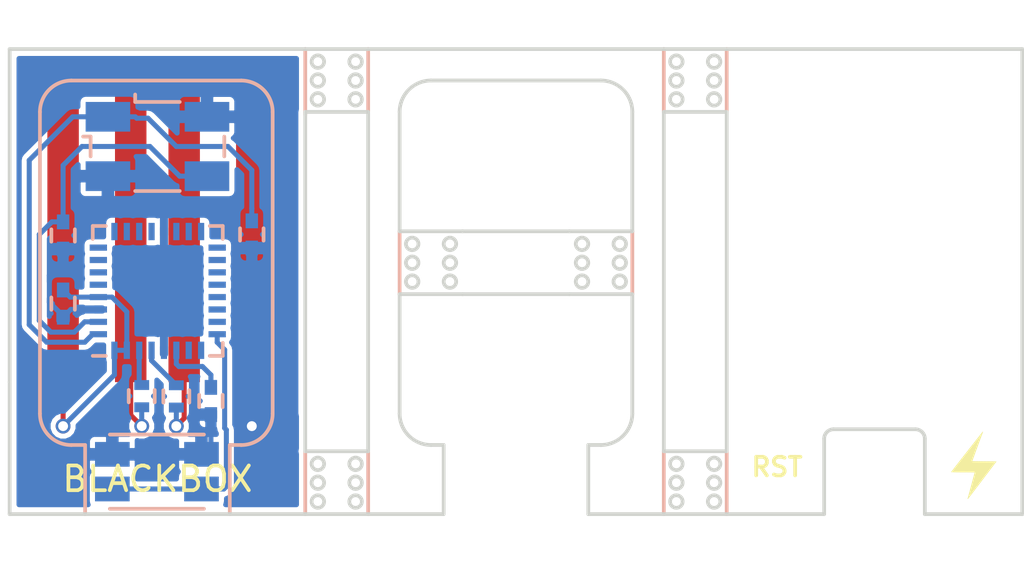
<source format=kicad_pcb>
(kicad_pcb (version 4) (host pcbnew 4.0.5+dfsg1-4)

  (general
    (links 26)
    (no_connects 0)
    (area 160.2628 83.4848 203.699628 107.0562)
    (thickness 1.6)
    (drawings 99)
    (tracks 75)
    (zones 0)
    (modules 11)
    (nets 31)
  )

  (page A4)
  (layers
    (0 F.Cu signal)
    (31 B.Cu signal)
    (32 B.Adhes user)
    (33 F.Adhes user)
    (34 B.Paste user)
    (35 F.Paste user)
    (36 B.SilkS user)
    (37 F.SilkS user)
    (38 B.Mask user)
    (39 F.Mask user)
    (40 Dwgs.User user)
    (41 Cmts.User user)
    (42 Eco1.User user)
    (43 Eco2.User user)
    (44 Edge.Cuts user)
    (45 Margin user)
    (46 B.CrtYd user)
    (47 F.CrtYd user)
    (48 B.Fab user)
    (49 F.Fab user)
  )

  (setup
    (last_trace_width 0.2032)
    (trace_clearance 0.2032)
    (zone_clearance 0.2032)
    (zone_45_only no)
    (trace_min 0.2)
    (segment_width 0.15)
    (edge_width 0.15)
    (via_size 0.6)
    (via_drill 0.4)
    (via_min_size 0.4)
    (via_min_drill 0.3)
    (uvia_size 0.3)
    (uvia_drill 0.1)
    (uvias_allowed no)
    (uvia_min_size 0)
    (uvia_min_drill 0)
    (pcb_text_width 0.3)
    (pcb_text_size 1.5 1.5)
    (mod_edge_width 0.15)
    (mod_text_size 1 1)
    (mod_text_width 0.15)
    (pad_size 1.524 1.524)
    (pad_drill 0.762)
    (pad_to_mask_clearance 0.1)
    (aux_axis_origin 0 0)
    (visible_elements FFFEFF7F)
    (pcbplotparams
      (layerselection 0x010fc_80000001)
      (usegerberextensions true)
      (excludeedgelayer true)
      (linewidth 0.100000)
      (plotframeref false)
      (viasonmask false)
      (mode 1)
      (useauxorigin false)
      (hpglpennumber 1)
      (hpglpenspeed 20)
      (hpglpendiameter 15)
      (hpglpenoverlay 2)
      (psnegative false)
      (psa4output false)
      (plotreference true)
      (plotvalue true)
      (plotinvisibletext false)
      (padsonsilk false)
      (subtractmaskfromsilk false)
      (outputformat 1)
      (mirror false)
      (drillshape 0)
      (scaleselection 1)
      (outputdirectory GERBERS))
  )

  (net 0 "")
  (net 1 "Net-(P1-Pad3)")
  (net 2 "Net-(P1-Pad2)")
  (net 3 "Net-(C1-Pad1)")
  (net 4 GND)
  (net 5 "Net-(C2-Pad1)")
  (net 6 "Net-(C3-Pad2)")
  (net 7 +5V)
  (net 8 "Net-(R1-Pad1)")
  (net 9 "Net-(R2-Pad1)")
  (net 10 "Net-(SW1-Pad1)")
  (net 11 "Net-(U1-Pad5)")
  (net 12 "Net-(U1-Pad6)")
  (net 13 "Net-(U1-Pad7)")
  (net 14 "Net-(U1-Pad8)")
  (net 15 "Net-(U1-Pad9)")
  (net 16 "Net-(U1-Pad10)")
  (net 17 "Net-(U1-Pad11)")
  (net 18 "Net-(U1-Pad12)")
  (net 19 "Net-(U1-Pad14)")
  (net 20 "Net-(U1-Pad15)")
  (net 21 "Net-(U1-Pad16)")
  (net 22 "Net-(U1-Pad17)")
  (net 23 "Net-(U1-Pad18)")
  (net 24 "Net-(U1-Pad19)")
  (net 25 "Net-(U1-Pad20)")
  (net 26 "Net-(U1-Pad21)")
  (net 27 "Net-(U1-Pad22)")
  (net 28 "Net-(U1-Pad23)")
  (net 29 "Net-(U1-Pad25)")
  (net 30 "Net-(U1-Pad26)")

  (net_class Default "This is the default net class."
    (clearance 0.2032)
    (trace_width 0.2032)
    (via_dia 0.6)
    (via_drill 0.4)
    (uvia_dia 0.3)
    (uvia_drill 0.1)
    (add_net +5V)
    (add_net GND)
    (add_net "Net-(C1-Pad1)")
    (add_net "Net-(C2-Pad1)")
    (add_net "Net-(C3-Pad2)")
    (add_net "Net-(P1-Pad2)")
    (add_net "Net-(P1-Pad3)")
    (add_net "Net-(R1-Pad1)")
    (add_net "Net-(R2-Pad1)")
    (add_net "Net-(SW1-Pad1)")
    (add_net "Net-(U1-Pad10)")
    (add_net "Net-(U1-Pad11)")
    (add_net "Net-(U1-Pad12)")
    (add_net "Net-(U1-Pad14)")
    (add_net "Net-(U1-Pad15)")
    (add_net "Net-(U1-Pad16)")
    (add_net "Net-(U1-Pad17)")
    (add_net "Net-(U1-Pad18)")
    (add_net "Net-(U1-Pad19)")
    (add_net "Net-(U1-Pad20)")
    (add_net "Net-(U1-Pad21)")
    (add_net "Net-(U1-Pad22)")
    (add_net "Net-(U1-Pad23)")
    (add_net "Net-(U1-Pad25)")
    (add_net "Net-(U1-Pad26)")
    (add_net "Net-(U1-Pad5)")
    (add_net "Net-(U1-Pad6)")
    (add_net "Net-(U1-Pad7)")
    (add_net "Net-(U1-Pad8)")
    (add_net "Net-(U1-Pad9)")
  )

  (module "MOD:USB A PCB_modified" (layer F.Cu) (tedit 59978D0C) (tstamp 59977A09)
    (at 166.878 84.963)
    (path /5990A97F)
    (fp_text reference P1 (at 0 0.5) (layer F.SilkS) hide
      (effects (font (size 1 1) (thickness 0.15)))
    )
    (fp_text value USB_A (at 0 -0.5) (layer F.Fab)
      (effects (font (size 1 1) (thickness 0.15)))
    )
    (fp_line (start -6.096 0.635) (end -6.096 14.097) (layer Edge.Cuts) (width 0.15))
    (fp_line (start -6.096 0.635) (end 5.842 0.635) (layer Edge.Cuts) (width 0.15))
    (pad 4 connect rect (at 3.683 7.747) (size 1.27 12.7) (layers F.Cu F.Mask)
      (net 4 GND))
    (pad 3 connect rect (at 0.9525 8.0645) (size 1.27 12.065) (layers F.Cu F.Mask)
      (net 1 "Net-(P1-Pad3)"))
    (pad 1 connect rect (at -3.937 7.747) (size 1.27 12.7) (layers F.Cu F.Mask)
      (net 7 +5V))
    (pad 2 connect rect (at -1.2065 8.0645) (size 1.27 12.065) (layers F.Cu F.Mask)
      (net 2 "Net-(P1-Pad2)"))
  )

  (module Capacitors_SMD:C_0402 (layer B.Cu) (tedit 59977DD3) (tstamp 59977C3A)
    (at 170.561 93.091 270)
    (descr "Capacitor SMD 0402, reflow soldering, AVX (see smccp.pdf)")
    (tags "capacitor 0402")
    (path /599267C1)
    (attr smd)
    (fp_text reference C1 (at 0 1.7 270) (layer B.SilkS) hide
      (effects (font (size 1 1) (thickness 0.15)) (justify mirror))
    )
    (fp_text value C (at 0 -1.7 270) (layer B.Fab)
      (effects (font (size 1 1) (thickness 0.15)) (justify mirror))
    )
    (fp_line (start -0.5 -0.25) (end -0.5 0.25) (layer B.Fab) (width 0.15))
    (fp_line (start 0.5 -0.25) (end -0.5 -0.25) (layer B.Fab) (width 0.15))
    (fp_line (start 0.5 0.25) (end 0.5 -0.25) (layer B.Fab) (width 0.15))
    (fp_line (start -0.5 0.25) (end 0.5 0.25) (layer B.Fab) (width 0.15))
    (fp_line (start -1.15 0.6) (end 1.15 0.6) (layer B.CrtYd) (width 0.05))
    (fp_line (start -1.15 -0.6) (end 1.15 -0.6) (layer B.CrtYd) (width 0.05))
    (fp_line (start -1.15 0.6) (end -1.15 -0.6) (layer B.CrtYd) (width 0.05))
    (fp_line (start 1.15 0.6) (end 1.15 -0.6) (layer B.CrtYd) (width 0.05))
    (fp_line (start 0.25 0.475) (end -0.25 0.475) (layer B.SilkS) (width 0.15))
    (fp_line (start -0.25 -0.475) (end 0.25 -0.475) (layer B.SilkS) (width 0.15))
    (pad 1 smd rect (at -0.55 0 270) (size 0.6 0.5) (layers B.Cu B.Paste B.Mask)
      (net 3 "Net-(C1-Pad1)"))
    (pad 2 smd rect (at 0.55 0 270) (size 0.6 0.5) (layers B.Cu B.Paste B.Mask)
      (net 4 GND))
    (model Capacitors_SMD.3dshapes/C_0402.wrl
      (at (xyz 0 0 0))
      (scale (xyz 1 1 1))
      (rotate (xyz 0 0 0))
    )
  )

  (module Capacitors_SMD:C_0402 (layer B.Cu) (tedit 59977DCD) (tstamp 59977C40)
    (at 162.941 93.133 270)
    (descr "Capacitor SMD 0402, reflow soldering, AVX (see smccp.pdf)")
    (tags "capacitor 0402")
    (path /5992679C)
    (attr smd)
    (fp_text reference C2 (at 0 1.7 270) (layer B.SilkS) hide
      (effects (font (size 1 1) (thickness 0.15)) (justify mirror))
    )
    (fp_text value C (at 0 -1.7 270) (layer B.Fab)
      (effects (font (size 1 1) (thickness 0.15)) (justify mirror))
    )
    (fp_line (start -0.5 -0.25) (end -0.5 0.25) (layer B.Fab) (width 0.15))
    (fp_line (start 0.5 -0.25) (end -0.5 -0.25) (layer B.Fab) (width 0.15))
    (fp_line (start 0.5 0.25) (end 0.5 -0.25) (layer B.Fab) (width 0.15))
    (fp_line (start -0.5 0.25) (end 0.5 0.25) (layer B.Fab) (width 0.15))
    (fp_line (start -1.15 0.6) (end 1.15 0.6) (layer B.CrtYd) (width 0.05))
    (fp_line (start -1.15 -0.6) (end 1.15 -0.6) (layer B.CrtYd) (width 0.05))
    (fp_line (start -1.15 0.6) (end -1.15 -0.6) (layer B.CrtYd) (width 0.05))
    (fp_line (start 1.15 0.6) (end 1.15 -0.6) (layer B.CrtYd) (width 0.05))
    (fp_line (start 0.25 0.475) (end -0.25 0.475) (layer B.SilkS) (width 0.15))
    (fp_line (start -0.25 -0.475) (end 0.25 -0.475) (layer B.SilkS) (width 0.15))
    (pad 1 smd rect (at -0.55 0 270) (size 0.6 0.5) (layers B.Cu B.Paste B.Mask)
      (net 5 "Net-(C2-Pad1)"))
    (pad 2 smd rect (at 0.55 0 270) (size 0.6 0.5) (layers B.Cu B.Paste B.Mask)
      (net 4 GND))
    (model Capacitors_SMD.3dshapes/C_0402.wrl
      (at (xyz 0 0 0))
      (scale (xyz 1 1 1))
      (rotate (xyz 0 0 0))
    )
  )

  (module Capacitors_SMD:C_0402 (layer B.Cu) (tedit 59977DAE) (tstamp 59977C46)
    (at 168.91 99.822 90)
    (descr "Capacitor SMD 0402, reflow soldering, AVX (see smccp.pdf)")
    (tags "capacitor 0402")
    (path /59926623)
    (attr smd)
    (fp_text reference C3 (at 0 1.7 90) (layer B.SilkS) hide
      (effects (font (size 1 1) (thickness 0.15)) (justify mirror))
    )
    (fp_text value C (at 0 -1.7 90) (layer B.Fab)
      (effects (font (size 1 1) (thickness 0.15)) (justify mirror))
    )
    (fp_line (start -0.5 -0.25) (end -0.5 0.25) (layer B.Fab) (width 0.15))
    (fp_line (start 0.5 -0.25) (end -0.5 -0.25) (layer B.Fab) (width 0.15))
    (fp_line (start 0.5 0.25) (end 0.5 -0.25) (layer B.Fab) (width 0.15))
    (fp_line (start -0.5 0.25) (end 0.5 0.25) (layer B.Fab) (width 0.15))
    (fp_line (start -1.15 0.6) (end 1.15 0.6) (layer B.CrtYd) (width 0.05))
    (fp_line (start -1.15 -0.6) (end 1.15 -0.6) (layer B.CrtYd) (width 0.05))
    (fp_line (start -1.15 0.6) (end -1.15 -0.6) (layer B.CrtYd) (width 0.05))
    (fp_line (start 1.15 0.6) (end 1.15 -0.6) (layer B.CrtYd) (width 0.05))
    (fp_line (start 0.25 0.475) (end -0.25 0.475) (layer B.SilkS) (width 0.15))
    (fp_line (start -0.25 -0.475) (end 0.25 -0.475) (layer B.SilkS) (width 0.15))
    (pad 1 smd rect (at -0.55 0 90) (size 0.6 0.5) (layers B.Cu B.Paste B.Mask)
      (net 4 GND))
    (pad 2 smd rect (at 0.55 0 90) (size 0.6 0.5) (layers B.Cu B.Paste B.Mask)
      (net 6 "Net-(C3-Pad2)"))
    (model Capacitors_SMD.3dshapes/C_0402.wrl
      (at (xyz 0 0 0))
      (scale (xyz 1 1 1))
      (rotate (xyz 0 0 0))
    )
  )

  (module Capacitors_SMD:C_0402 (layer B.Cu) (tedit 59977DCB) (tstamp 59977C4C)
    (at 162.941 95.885 90)
    (descr "Capacitor SMD 0402, reflow soldering, AVX (see smccp.pdf)")
    (tags "capacitor 0402")
    (path /59926115)
    (attr smd)
    (fp_text reference C4 (at 0 1.7 90) (layer B.SilkS) hide
      (effects (font (size 1 1) (thickness 0.15)) (justify mirror))
    )
    (fp_text value C (at 0 -1.7 90) (layer B.Fab)
      (effects (font (size 1 1) (thickness 0.15)) (justify mirror))
    )
    (fp_line (start -0.5 -0.25) (end -0.5 0.25) (layer B.Fab) (width 0.15))
    (fp_line (start 0.5 -0.25) (end -0.5 -0.25) (layer B.Fab) (width 0.15))
    (fp_line (start 0.5 0.25) (end 0.5 -0.25) (layer B.Fab) (width 0.15))
    (fp_line (start -0.5 0.25) (end 0.5 0.25) (layer B.Fab) (width 0.15))
    (fp_line (start -1.15 0.6) (end 1.15 0.6) (layer B.CrtYd) (width 0.05))
    (fp_line (start -1.15 -0.6) (end 1.15 -0.6) (layer B.CrtYd) (width 0.05))
    (fp_line (start -1.15 0.6) (end -1.15 -0.6) (layer B.CrtYd) (width 0.05))
    (fp_line (start 1.15 0.6) (end 1.15 -0.6) (layer B.CrtYd) (width 0.05))
    (fp_line (start 0.25 0.475) (end -0.25 0.475) (layer B.SilkS) (width 0.15))
    (fp_line (start -0.25 -0.475) (end 0.25 -0.475) (layer B.SilkS) (width 0.15))
    (pad 1 smd rect (at -0.55 0 90) (size 0.6 0.5) (layers B.Cu B.Paste B.Mask)
      (net 4 GND))
    (pad 2 smd rect (at 0.55 0 90) (size 0.6 0.5) (layers B.Cu B.Paste B.Mask)
      (net 7 +5V))
    (model Capacitors_SMD.3dshapes/C_0402.wrl
      (at (xyz 0 0 0))
      (scale (xyz 1 1 1))
      (rotate (xyz 0 0 0))
    )
  )

  (module Resistors_SMD:R_0402 (layer B.Cu) (tedit 59977DB8) (tstamp 59977C52)
    (at 167.513 99.637 270)
    (descr "Resistor SMD 0402, reflow soldering, Vishay (see dcrcw.pdf)")
    (tags "resistor 0402")
    (path /59926411)
    (attr smd)
    (fp_text reference R1 (at 0 1.8 270) (layer B.SilkS) hide
      (effects (font (size 1 1) (thickness 0.15)) (justify mirror))
    )
    (fp_text value 22 (at 0 -1.8 270) (layer B.Fab)
      (effects (font (size 1 1) (thickness 0.15)) (justify mirror))
    )
    (fp_line (start -0.5 -0.25) (end -0.5 0.25) (layer B.Fab) (width 0.1))
    (fp_line (start 0.5 -0.25) (end -0.5 -0.25) (layer B.Fab) (width 0.1))
    (fp_line (start 0.5 0.25) (end 0.5 -0.25) (layer B.Fab) (width 0.1))
    (fp_line (start -0.5 0.25) (end 0.5 0.25) (layer B.Fab) (width 0.1))
    (fp_line (start -0.95 0.65) (end 0.95 0.65) (layer B.CrtYd) (width 0.05))
    (fp_line (start -0.95 -0.65) (end 0.95 -0.65) (layer B.CrtYd) (width 0.05))
    (fp_line (start -0.95 0.65) (end -0.95 -0.65) (layer B.CrtYd) (width 0.05))
    (fp_line (start 0.95 0.65) (end 0.95 -0.65) (layer B.CrtYd) (width 0.05))
    (fp_line (start 0.25 0.525) (end -0.25 0.525) (layer B.SilkS) (width 0.15))
    (fp_line (start -0.25 -0.525) (end 0.25 -0.525) (layer B.SilkS) (width 0.15))
    (pad 1 smd rect (at -0.45 0 270) (size 0.4 0.6) (layers B.Cu B.Paste B.Mask)
      (net 8 "Net-(R1-Pad1)"))
    (pad 2 smd rect (at 0.45 0 270) (size 0.4 0.6) (layers B.Cu B.Paste B.Mask)
      (net 1 "Net-(P1-Pad3)"))
    (model Resistors_SMD.3dshapes/R_0402.wrl
      (at (xyz 0 0 0))
      (scale (xyz 1 1 1))
      (rotate (xyz 0 0 0))
    )
  )

  (module Resistors_SMD:R_0402 (layer B.Cu) (tedit 59977DB1) (tstamp 59977C58)
    (at 166.116 99.626 270)
    (descr "Resistor SMD 0402, reflow soldering, Vishay (see dcrcw.pdf)")
    (tags "resistor 0402")
    (path /5992635E)
    (attr smd)
    (fp_text reference R2 (at 0 1.8 270) (layer B.SilkS) hide
      (effects (font (size 1 1) (thickness 0.15)) (justify mirror))
    )
    (fp_text value 22 (at 0 -1.8 270) (layer B.Fab)
      (effects (font (size 1 1) (thickness 0.15)) (justify mirror))
    )
    (fp_line (start -0.5 -0.25) (end -0.5 0.25) (layer B.Fab) (width 0.1))
    (fp_line (start 0.5 -0.25) (end -0.5 -0.25) (layer B.Fab) (width 0.1))
    (fp_line (start 0.5 0.25) (end 0.5 -0.25) (layer B.Fab) (width 0.1))
    (fp_line (start -0.5 0.25) (end 0.5 0.25) (layer B.Fab) (width 0.1))
    (fp_line (start -0.95 0.65) (end 0.95 0.65) (layer B.CrtYd) (width 0.05))
    (fp_line (start -0.95 -0.65) (end 0.95 -0.65) (layer B.CrtYd) (width 0.05))
    (fp_line (start -0.95 0.65) (end -0.95 -0.65) (layer B.CrtYd) (width 0.05))
    (fp_line (start 0.95 0.65) (end 0.95 -0.65) (layer B.CrtYd) (width 0.05))
    (fp_line (start 0.25 0.525) (end -0.25 0.525) (layer B.SilkS) (width 0.15))
    (fp_line (start -0.25 -0.525) (end 0.25 -0.525) (layer B.SilkS) (width 0.15))
    (pad 1 smd rect (at -0.45 0 270) (size 0.4 0.6) (layers B.Cu B.Paste B.Mask)
      (net 9 "Net-(R2-Pad1)"))
    (pad 2 smd rect (at 0.45 0 270) (size 0.4 0.6) (layers B.Cu B.Paste B.Mask)
      (net 2 "Net-(P1-Pad2)"))
    (model Resistors_SMD.3dshapes/R_0402.wrl
      (at (xyz 0 0 0))
      (scale (xyz 1 1 1))
      (rotate (xyz 0 0 0))
    )
  )

  (module MOD:QFN-32-1EP_5x5mm_Pitch0.5mm (layer B.Cu) (tedit 59977DC5) (tstamp 59977DBD)
    (at 166.764 95.373)
    (descr "UH Package; 32-Lead Plastic QFN (5mm x 5mm); (see Linear Technology QFN_32_05-08-1693.pdf)")
    (tags "QFN 0.5")
    (path /5990A9F3)
    (attr smd)
    (fp_text reference U1 (at 0 3.75) (layer B.SilkS) hide
      (effects (font (size 1 1) (thickness 0.15)) (justify mirror))
    )
    (fp_text value ATMEGA32U2 (at 0 -3.75) (layer B.Fab)
      (effects (font (size 1 1) (thickness 0.15)) (justify mirror))
    )
    (fp_line (start -3 3) (end -3 -3) (layer B.CrtYd) (width 0.05))
    (fp_line (start 3 3) (end 3 -3) (layer B.CrtYd) (width 0.05))
    (fp_line (start -3 3) (end 3 3) (layer B.CrtYd) (width 0.05))
    (fp_line (start -3 -3) (end 3 -3) (layer B.CrtYd) (width 0.05))
    (fp_line (start 2.625 2.625) (end 2.625 2.1) (layer B.SilkS) (width 0.15))
    (fp_line (start -2.625 -2.625) (end -2.625 -2.1) (layer B.SilkS) (width 0.15))
    (fp_line (start 2.625 -2.625) (end 2.625 -2.1) (layer B.SilkS) (width 0.15))
    (fp_line (start -2.625 2.625) (end -2.1 2.625) (layer B.SilkS) (width 0.15))
    (fp_line (start -2.625 -2.625) (end -2.1 -2.625) (layer B.SilkS) (width 0.15))
    (fp_line (start 2.625 -2.625) (end 2.1 -2.625) (layer B.SilkS) (width 0.15))
    (fp_line (start 2.625 2.625) (end 2.1 2.625) (layer B.SilkS) (width 0.15))
    (pad 1 smd rect (at -2.4 1.75) (size 0.7 0.25) (layers B.Cu B.Paste B.Mask)
      (net 3 "Net-(C1-Pad1)"))
    (pad 2 smd rect (at -2.4 1.25) (size 0.7 0.25) (layers B.Cu B.Paste B.Mask)
      (net 5 "Net-(C2-Pad1)"))
    (pad 3 smd rect (at -2.4 0.75) (size 0.7 0.25) (layers B.Cu B.Paste B.Mask)
      (net 4 GND))
    (pad 4 smd rect (at -2.4 0.25) (size 0.7 0.25) (layers B.Cu B.Paste B.Mask)
      (net 7 +5V))
    (pad 5 smd rect (at -2.4 -0.25) (size 0.7 0.25) (layers B.Cu B.Paste B.Mask)
      (net 11 "Net-(U1-Pad5)"))
    (pad 6 smd rect (at -2.4 -0.75) (size 0.7 0.25) (layers B.Cu B.Paste B.Mask)
      (net 12 "Net-(U1-Pad6)"))
    (pad 7 smd rect (at -2.4 -1.25) (size 0.7 0.25) (layers B.Cu B.Paste B.Mask)
      (net 13 "Net-(U1-Pad7)"))
    (pad 8 smd rect (at -2.4 -1.75) (size 0.7 0.25) (layers B.Cu B.Paste B.Mask)
      (net 14 "Net-(U1-Pad8)"))
    (pad 9 smd rect (at -1.75 -2.4 270) (size 0.7 0.25) (layers B.Cu B.Paste B.Mask)
      (net 15 "Net-(U1-Pad9)"))
    (pad 10 smd rect (at -1.25 -2.4 270) (size 0.7 0.25) (layers B.Cu B.Paste B.Mask)
      (net 16 "Net-(U1-Pad10)"))
    (pad 11 smd rect (at -0.75 -2.4 270) (size 0.7 0.25) (layers B.Cu B.Paste B.Mask)
      (net 17 "Net-(U1-Pad11)"))
    (pad 12 smd rect (at -0.25 -2.4 270) (size 0.7 0.25) (layers B.Cu B.Paste B.Mask)
      (net 18 "Net-(U1-Pad12)"))
    (pad 13 smd rect (at 0.25 -2.4 270) (size 0.7 0.25) (layers B.Cu B.Paste B.Mask)
      (net 4 GND))
    (pad 14 smd rect (at 0.75 -2.4 270) (size 0.7 0.25) (layers B.Cu B.Paste B.Mask)
      (net 19 "Net-(U1-Pad14)"))
    (pad 15 smd rect (at 1.25 -2.4 270) (size 0.7 0.25) (layers B.Cu B.Paste B.Mask)
      (net 20 "Net-(U1-Pad15)"))
    (pad 16 smd rect (at 1.75 -2.4 270) (size 0.7 0.25) (layers B.Cu B.Paste B.Mask)
      (net 21 "Net-(U1-Pad16)"))
    (pad 17 smd rect (at 2.4 -1.75) (size 0.7 0.25) (layers B.Cu B.Paste B.Mask)
      (net 22 "Net-(U1-Pad17)"))
    (pad 18 smd rect (at 2.4 -1.25) (size 0.7 0.25) (layers B.Cu B.Paste B.Mask)
      (net 23 "Net-(U1-Pad18)"))
    (pad 19 smd rect (at 2.4 -0.75) (size 0.7 0.25) (layers B.Cu B.Paste B.Mask)
      (net 24 "Net-(U1-Pad19)"))
    (pad 20 smd rect (at 2.4 -0.25) (size 0.7 0.25) (layers B.Cu B.Paste B.Mask)
      (net 25 "Net-(U1-Pad20)"))
    (pad 21 smd rect (at 2.4 0.25) (size 0.7 0.25) (layers B.Cu B.Paste B.Mask)
      (net 26 "Net-(U1-Pad21)"))
    (pad 22 smd rect (at 2.4 0.75) (size 0.7 0.25) (layers B.Cu B.Paste B.Mask)
      (net 27 "Net-(U1-Pad22)"))
    (pad 23 smd rect (at 2.4 1.25) (size 0.7 0.25) (layers B.Cu B.Paste B.Mask)
      (net 28 "Net-(U1-Pad23)"))
    (pad 24 smd rect (at 2.4 1.75) (size 0.7 0.25) (layers B.Cu B.Paste B.Mask)
      (net 10 "Net-(SW1-Pad1)"))
    (pad 25 smd rect (at 1.75 2.4 270) (size 0.7 0.25) (layers B.Cu B.Paste B.Mask)
      (net 29 "Net-(U1-Pad25)"))
    (pad 26 smd rect (at 1.25 2.4 270) (size 0.7 0.25) (layers B.Cu B.Paste B.Mask)
      (net 30 "Net-(U1-Pad26)"))
    (pad 27 smd rect (at 0.75 2.4 270) (size 0.7 0.25) (layers B.Cu B.Paste B.Mask)
      (net 6 "Net-(C3-Pad2)"))
    (pad 28 smd rect (at 0.25 2.4 270) (size 0.7 0.25) (layers B.Cu B.Paste B.Mask)
      (net 4 GND))
    (pad 29 smd rect (at -0.25 2.4 270) (size 0.7 0.25) (layers B.Cu B.Paste B.Mask)
      (net 8 "Net-(R1-Pad1)"))
    (pad 30 smd rect (at -0.75 2.4 270) (size 0.7 0.25) (layers B.Cu B.Paste B.Mask)
      (net 9 "Net-(R2-Pad1)"))
    (pad 31 smd rect (at -1.25 2.4 270) (size 0.7 0.25) (layers B.Cu B.Paste B.Mask)
      (net 7 +5V))
    (pad 32 smd rect (at -1.75 2.4 270) (size 0.7 0.25) (layers B.Cu B.Paste B.Mask)
      (net 7 +5V))
    (model Housings_DFN_QFN.3dshapes/QFN-32-1EP_5x5mm_Pitch0.5mm.wrl
      (at (xyz 0 0 0))
      (scale (xyz 1 1 1))
      (rotate (xyz 0 0 0))
    )
  )

  (module Crystals:Crystal_SMD_ABM3B (layer B.Cu) (tedit 5998F0F1) (tstamp 5998CB9F)
    (at 166.751 89.535)
    (descr "Abracon ABM3C Ceramic SMD Crystal 5x3.2mm http://www.abracon.com/Resonators/abm3b.pdf")
    (tags "ceramic smd crystal")
    (path /5998D303)
    (attr smd)
    (fp_text reference Y1 (at 0 3.2) (layer B.SilkS) hide
      (effects (font (size 1 1) (thickness 0.15)) (justify mirror))
    )
    (fp_text value 16MHz (at 0 -3.2) (layer B.Fab)
      (effects (font (size 1 1) (thickness 0.15)) (justify mirror))
    )
    (fp_line (start 2.55 -1.35) (end 2.25 -1.65) (layer B.Fab) (width 0.15))
    (fp_line (start 2.25 1.65) (end 2.55 1.35) (layer B.Fab) (width 0.15))
    (fp_line (start -2.55 1.35) (end -2.25 1.65) (layer B.Fab) (width 0.15))
    (fp_line (start -2.25 -1.65) (end -2.55 -1.35) (layer B.Fab) (width 0.15))
    (fp_line (start -3.4 -2.3) (end 3.4 -2.3) (layer B.CrtYd) (width 0.05))
    (fp_line (start 3.4 -2.3) (end 3.4 2.3) (layer B.CrtYd) (width 0.05))
    (fp_line (start 3.4 2.3) (end -3.4 2.3) (layer B.CrtYd) (width 0.05))
    (fp_line (start -3.4 2.3) (end -3.4 -2.3) (layer B.CrtYd) (width 0.05))
    (fp_line (start -0.9 -1.8) (end -0.9 -2.1) (layer B.SilkS) (width 0.15))
    (fp_line (start -2.7 -0.4) (end -3 -0.4) (layer B.SilkS) (width 0.15))
    (fp_line (start -2.55 1.35) (end -2.55 -1.35) (layer B.Fab) (width 0.15))
    (fp_line (start -2.25 -1.65) (end 2.25 -1.65) (layer B.Fab) (width 0.15))
    (fp_line (start 2.55 -1.35) (end 2.55 1.35) (layer B.Fab) (width 0.15))
    (fp_line (start 2.25 1.65) (end -2.25 1.65) (layer B.Fab) (width 0.15))
    (fp_line (start -0.9 -1.8) (end 0.9 -1.8) (layer B.SilkS) (width 0.15))
    (fp_line (start 2.7 -0.4) (end 2.7 0.4) (layer B.SilkS) (width 0.15))
    (fp_line (start 0.9 1.8) (end -0.9 1.8) (layer B.SilkS) (width 0.15))
    (fp_line (start -2.7 0.4) (end -2.7 -0.4) (layer B.SilkS) (width 0.15))
    (pad 3 smd rect (at -2 1.2) (size 1.8 1.2) (layers B.Cu B.Paste B.Mask)
      (net 4 GND))
    (pad 2 smd rect (at 2 1.2) (size 1.8 1.2) (layers B.Cu B.Paste B.Mask)
      (net 5 "Net-(C2-Pad1)"))
    (pad 3 smd rect (at 2 -1.2) (size 1.8 1.2) (layers B.Cu B.Paste B.Mask)
      (net 4 GND))
    (pad 1 smd rect (at -2 -1.2) (size 1.8 1.2) (layers B.Cu B.Paste B.Mask)
      (net 3 "Net-(C1-Pad1)"))
  )

  (module MOD:EVQ-P7A01P (layer B.Cu) (tedit 5ACC2123) (tstamp 5ACC20B1)
    (at 166.729 102.678)
    (path /599778C2)
    (fp_text reference SW1 (at -0.1 2.3) (layer B.SilkS) hide
      (effects (font (size 1 1) (thickness 0.15)) (justify mirror))
    )
    (fp_text value Push_SW (at -0.1 3.3) (layer B.Fab)
      (effects (font (size 1 1) (thickness 0.15)) (justify mirror))
    )
    (fp_line (start -1.9 1.5) (end 1.9 1.5) (layer B.SilkS) (width 0.15))
    (fp_line (start -1.9 -1.5) (end 1.9 -1.5) (layer B.SilkS) (width 0.15))
    (pad 1 smd rect (at -1.8 0.7) (size 1.4 1) (layers B.Cu B.Paste B.Mask)
      (net 10 "Net-(SW1-Pad1)"))
    (pad 2 smd rect (at -1.8 -0.7) (size 1.4 1) (layers B.Cu B.Paste B.Mask)
      (net 4 GND))
    (pad 1 smd rect (at 1.8 0.7) (size 1.4 1) (layers B.Cu B.Paste B.Mask)
      (net 10 "Net-(SW1-Pad1)"))
    (pad 2 smd rect (at 1.8 -0.7) (size 1.4 1) (layers B.Cu B.Paste B.Mask)
      (net 4 GND))
  )

  (module MOD:lightning (layer F.Cu) (tedit 0) (tstamp 5ACC27B1)
    (at 199.771 102.362)
    (fp_text reference G*** (at 0 0) (layer F.SilkS) hide
      (effects (font (thickness 0.3)))
    )
    (fp_text value LOGO (at 0.75 0) (layer F.SilkS) hide
      (effects (font (thickness 0.3)))
    )
    (fp_poly (pts (xy 0.314354 -1.28972) (xy 0.304217 -1.261534) (xy 0.287787 -1.218017) (xy 0.262911 -1.15128)
      (xy 0.231172 -1.065639) (xy 0.194152 -0.965409) (xy 0.153436 -0.854904) (xy 0.110605 -0.738441)
      (xy 0.067244 -0.620333) (xy 0.024936 -0.504897) (xy -0.014736 -0.396447) (xy -0.050189 -0.299299)
      (xy -0.079839 -0.217767) (xy -0.102104 -0.156168) (xy -0.1154 -0.118815) (xy -0.118533 -0.109316)
      (xy -0.102305 -0.107325) (xy -0.056437 -0.105235) (xy 0.014844 -0.103147) (xy 0.10731 -0.101162)
      (xy 0.216736 -0.099383) (xy 0.338895 -0.09791) (xy 0.368591 -0.097623) (xy 0.855716 -0.093133)
      (xy 0.294305 0.649173) (xy 0.188629 0.788761) (xy 0.088696 0.920499) (xy -0.003562 1.041856)
      (xy -0.086213 1.150304) (xy -0.157324 1.243314) (xy -0.214964 1.318356) (xy -0.2572 1.372901)
      (xy -0.2821 1.40442) (xy -0.287856 1.411173) (xy -0.30193 1.419999) (xy -0.299939 1.401084)
      (xy -0.298786 1.397) (xy -0.288287 1.359649) (xy -0.271246 1.297666) (xy -0.248936 1.2158)
      (xy -0.222636 1.118801) (xy -0.193622 1.011418) (xy -0.163169 0.8984) (xy -0.132555 0.784498)
      (xy -0.103056 0.674459) (xy -0.075947 0.573034) (xy -0.052507 0.484973) (xy -0.03401 0.415023)
      (xy -0.021734 0.367936) (xy -0.016954 0.34846) (xy -0.016934 0.348256) (xy -0.033153 0.345773)
      (xy -0.078954 0.343529) (xy -0.150053 0.34161) (xy -0.242165 0.340104) (xy -0.351007 0.339096)
      (xy -0.472294 0.338674) (xy -0.491067 0.338666) (xy -0.613834 0.338377) (xy -0.72479 0.33756)
      (xy -0.819653 0.336292) (xy -0.894136 0.334649) (xy -0.943957 0.332707) (xy -0.964831 0.330544)
      (xy -0.9652 0.330209) (xy -0.955097 0.315927) (xy -0.926253 0.27784) (xy -0.880867 0.218757)
      (xy -0.821139 0.141491) (xy -0.749266 0.048852) (xy -0.667449 -0.056347) (xy -0.577885 -0.171296)
      (xy -0.482774 -0.293183) (xy -0.384315 -0.419197) (xy -0.284706 -0.546527) (xy -0.186147 -0.672361)
      (xy -0.090836 -0.793888) (xy -0.000972 -0.908298) (xy 0.081246 -1.012777) (xy 0.153618 -1.104516)
      (xy 0.213947 -1.180702) (xy 0.260033 -1.238525) (xy 0.289678 -1.275174) (xy 0.299666 -1.286933)
      (xy 0.31437 -1.300123) (xy 0.314354 -1.28972)) (layer F.SilkS) (width 0.01))
  )

  (gr_text RST (at 191.77 102.489) (layer F.SilkS) (tstamp 5ACC2818)
    (effects (font (size 0.75 0.75) (thickness 0.15)))
  )
  (gr_line (start 170.1292 101.6) (end 169.672 101.6) (layer B.SilkS) (width 0.15) (tstamp 5ACC24F1))
  (gr_line (start 169.672 101.6) (end 169.672 104.394) (layer B.SilkS) (width 0.15) (tstamp 5ACC24EF))
  (gr_line (start 163.83 104.394) (end 163.83 101.6) (layer B.SilkS) (width 0.15) (tstamp 5ACC24E0))
  (gr_line (start 163.2839 101.6) (end 163.83 101.6) (layer B.SilkS) (width 0.15) (tstamp 5ACC24DE))
  (gr_line (start 177.8 101.6) (end 178.308 101.6) (layer Edge.Cuts) (width 0.15))
  (gr_line (start 184.658 101.6) (end 184.15 101.6) (layer Edge.Cuts) (width 0.15))
  (gr_line (start 197.739 104.394) (end 201.676 104.394) (layer Edge.Cuts) (width 0.15))
  (gr_line (start 184.15 104.394) (end 193.675 104.394) (layer Edge.Cuts) (width 0.15))
  (gr_arc (start 197.358 101.346) (end 197.358 100.965) (angle 90) (layer Edge.Cuts) (width 0.15) (tstamp 5ACC21FD))
  (gr_line (start 197.739 101.346) (end 197.739 104.394) (layer Edge.Cuts) (width 0.15) (tstamp 5ACC21F9))
  (gr_line (start 194.056 100.965) (end 197.358 100.965) (layer Edge.Cuts) (width 0.15) (tstamp 5ACC21F7))
  (gr_arc (start 194.056 101.346) (end 193.675 101.346) (angle 90) (layer Edge.Cuts) (width 0.15) (tstamp 5ACC21F6))
  (gr_line (start 193.675 104.394) (end 193.675 101.346) (layer Edge.Cuts) (width 0.15) (tstamp 5ACC21F5))
  (gr_line (start 184.15 101.6) (end 184.15 104.394) (layer Edge.Cuts) (width 0.15))
  (gr_line (start 178.308 104.394) (end 178.308 101.6) (layer Edge.Cuts) (width 0.15))
  (gr_text BLACKBOX (at 166.751 102.9716) (layer F.SilkS)
    (effects (font (size 1 1) (thickness 0.15)))
  )
  (gr_line (start 172.72 85.598) (end 172.72 88.265) (layer B.SilkS) (width 0.15))
  (gr_line (start 175.26 88.138) (end 175.26 85.598) (layer B.SilkS) (width 0.15))
  (gr_line (start 185.928 95.504) (end 185.928 92.964) (layer B.SilkS) (width 0.15))
  (gr_line (start 176.53 92.964) (end 176.53 95.504) (layer B.SilkS) (width 0.15))
  (gr_line (start 172.72 104.394) (end 172.72 101.854) (layer B.SilkS) (width 0.15))
  (gr_line (start 175.26 101.854) (end 175.26 104.394) (layer B.SilkS) (width 0.15))
  (gr_line (start 187.198 104.394) (end 187.198 101.854) (layer B.SilkS) (width 0.15))
  (gr_line (start 189.738 101.854) (end 189.738 104.394) (layer B.SilkS) (width 0.15))
  (gr_line (start 187.198 88.138) (end 187.198 85.598) (layer B.SilkS) (width 0.15))
  (gr_line (start 189.738 85.598) (end 189.738 88.138) (layer B.SilkS) (width 0.15))
  (gr_line (start 176.53 95.504) (end 176.53 100.33) (layer Edge.Cuts) (width 0.15))
  (gr_line (start 176.53 88.138) (end 176.53 92.964) (layer Edge.Cuts) (width 0.15))
  (gr_line (start 185.928 92.964) (end 185.928 88.138) (layer Edge.Cuts) (width 0.15))
  (gr_line (start 185.928 100.33) (end 185.928 95.504) (layer Edge.Cuts) (width 0.15))
  (gr_line (start 183.388 95.504) (end 179.07 95.504) (layer Edge.Cuts) (width 0.15))
  (gr_line (start 179.07 92.964) (end 183.388 92.964) (layer Edge.Cuts) (width 0.15))
  (gr_circle (center 178.562 94.234) (end 178.562 94.488) (layer Edge.Cuts) (width 0.15) (tstamp 59979749))
  (gr_circle (center 178.562 94.996) (end 178.562 94.742) (layer Edge.Cuts) (width 0.15) (tstamp 59979748))
  (gr_circle (center 177.038 94.234) (end 177.038 94.488) (layer Edge.Cuts) (width 0.15) (tstamp 59979747))
  (gr_line (start 176.53 92.964) (end 179.07 92.964) (layer Edge.Cuts) (width 0.15) (tstamp 59979746))
  (gr_circle (center 178.562 93.472) (end 178.562 93.726) (layer Edge.Cuts) (width 0.15) (tstamp 59979745))
  (gr_circle (center 177.038 93.472) (end 177.038 93.726) (layer Edge.Cuts) (width 0.15) (tstamp 59979744))
  (gr_line (start 176.53 95.504) (end 179.07 95.504) (layer Edge.Cuts) (width 0.15) (tstamp 59979743))
  (gr_circle (center 177.038 94.996) (end 177.038 94.742) (layer Edge.Cuts) (width 0.15) (tstamp 59979742))
  (gr_line (start 183.388 95.504) (end 185.928 95.504) (layer Edge.Cuts) (width 0.15) (tstamp 5997970F))
  (gr_line (start 183.388 92.964) (end 185.928 92.964) (layer Edge.Cuts) (width 0.15) (tstamp 5997970D))
  (gr_circle (center 183.896 93.472) (end 183.896 93.726) (layer Edge.Cuts) (width 0.15) (tstamp 5997970C))
  (gr_circle (center 185.42 93.472) (end 185.42 93.726) (layer Edge.Cuts) (width 0.15) (tstamp 5997970B))
  (gr_circle (center 185.42 94.234) (end 185.42 94.488) (layer Edge.Cuts) (width 0.15) (tstamp 5997970A))
  (gr_circle (center 183.896 94.996) (end 183.896 94.742) (layer Edge.Cuts) (width 0.15) (tstamp 59979709))
  (gr_circle (center 183.896 94.234) (end 183.896 94.488) (layer Edge.Cuts) (width 0.15) (tstamp 59979708))
  (gr_circle (center 185.42 94.996) (end 185.42 94.742) (layer Edge.Cuts) (width 0.15) (tstamp 59979707))
  (gr_line (start 172.72 101.854) (end 175.26 101.854) (layer Edge.Cuts) (width 0.15))
  (gr_line (start 172.72 88.138) (end 175.26 88.138) (layer Edge.Cuts) (width 0.15))
  (gr_line (start 187.198 88.138) (end 189.738 88.138) (layer Edge.Cuts) (width 0.15))
  (gr_line (start 187.198 101.854) (end 189.738 101.854) (layer Edge.Cuts) (width 0.15))
  (gr_line (start 171.403527 100.332115) (end 171.403527 88.140115) (layer B.SilkS) (width 0.15) (tstamp 5997921C))
  (gr_arc (start 170.133528 88.140115) (end 171.403528 88.140114) (angle -90) (layer B.SilkS) (width 0.15) (tstamp 5997921B))
  (gr_line (start 170.133527 86.870115) (end 163.275527 86.870115) (layer B.SilkS) (width 0.15) (tstamp 5997921A))
  (gr_arc (start 170.133527 100.332115) (end 170.133527 101.602115) (angle -90) (layer B.SilkS) (width 0.15) (tstamp 59979218))
  (gr_arc (start 163.275527 100.332114) (end 162.005527 100.332115) (angle -90) (layer B.SilkS) (width 0.15) (tstamp 59979215))
  (gr_line (start 162.005527 100.332115) (end 162.005527 88.140115) (layer B.SilkS) (width 0.15) (tstamp 59979213))
  (gr_arc (start 163.275527 88.140114) (end 163.275526 86.870114) (angle -90) (layer B.SilkS) (width 0.15) (tstamp 59979212))
  (gr_line (start 160.782 99.06) (end 160.782 104.394) (layer Edge.Cuts) (width 0.15))
  (gr_arc (start 177.799999 88.138) (end 176.529999 88.137999) (angle 90) (layer Edge.Cuts) (width 0.15) (tstamp 5990F4FC))
  (gr_arc (start 184.658 88.137999) (end 184.658001 86.867999) (angle 90) (layer Edge.Cuts) (width 0.15) (tstamp 5990F4FB))
  (gr_arc (start 184.658 100.329999) (end 185.928 100.33) (angle 90) (layer Edge.Cuts) (width 0.15) (tstamp 5990F4F3))
  (gr_arc (start 177.8 100.33) (end 177.8 101.6) (angle 90) (layer Edge.Cuts) (width 0.15))
  (gr_line (start 177.8 86.868) (end 184.658 86.868) (layer Edge.Cuts) (width 0.15))
  (gr_line (start 201.676 104.394) (end 201.676 85.598) (layer Edge.Cuts) (width 0.15) (tstamp 5990B7D9))
  (gr_line (start 187.198 85.598) (end 201.676 85.598) (layer Edge.Cuts) (width 0.15) (tstamp 5990B7D8))
  (gr_circle (center 189.23 86.868) (end 189.23 87.122) (layer Edge.Cuts) (width 0.15) (tstamp 5990B7D7))
  (gr_circle (center 189.23 86.106) (end 189.23 86.36) (layer Edge.Cuts) (width 0.15) (tstamp 5990B7D6))
  (gr_circle (center 187.706 103.886) (end 187.706 103.632) (layer Edge.Cuts) (width 0.15) (tstamp 5990B7D5))
  (gr_circle (center 189.23 102.362) (end 189.23 102.616) (layer Edge.Cuts) (width 0.15) (tstamp 5990B7D4))
  (gr_circle (center 189.23 103.124) (end 189.23 103.378) (layer Edge.Cuts) (width 0.15) (tstamp 5990B7D3))
  (gr_circle (center 187.706 103.124) (end 187.706 103.378) (layer Edge.Cuts) (width 0.15) (tstamp 5990B7D1))
  (gr_circle (center 187.706 102.362) (end 187.706 102.616) (layer Edge.Cuts) (width 0.15) (tstamp 5990B7D0))
  (gr_circle (center 189.23 103.886) (end 189.23 103.632) (layer Edge.Cuts) (width 0.15) (tstamp 5990B7CF))
  (gr_circle (center 187.706 87.63) (end 187.706 87.376) (layer Edge.Cuts) (width 0.15) (tstamp 5990B7CE))
  (gr_circle (center 187.706 86.106) (end 187.706 86.36) (layer Edge.Cuts) (width 0.15) (tstamp 5990B7CD))
  (gr_circle (center 189.23 87.63) (end 189.23 87.376) (layer Edge.Cuts) (width 0.15) (tstamp 5990B7CC))
  (gr_circle (center 187.706 86.868) (end 187.706 87.122) (layer Edge.Cuts) (width 0.15) (tstamp 5990B7CA))
  (gr_line (start 189.738 88.138) (end 189.738 101.854) (layer Edge.Cuts) (width 0.15) (tstamp 5990B7C9))
  (gr_line (start 187.198 101.854) (end 187.198 88.138) (layer Edge.Cuts) (width 0.15) (tstamp 5990B7C8))
  (gr_line (start 175.26 88.138) (end 175.26 101.854) (layer Edge.Cuts) (width 0.15))
  (gr_circle (center 174.752 87.63) (end 174.752 87.376) (layer Edge.Cuts) (width 0.15) (tstamp 59A02B21))
  (gr_circle (center 173.228 86.106) (end 173.228 86.36) (layer Edge.Cuts) (width 0.15) (tstamp 59A02B20))
  (gr_circle (center 173.228 87.63) (end 173.228 87.376) (layer Edge.Cuts) (width 0.15) (tstamp 59A02B1F))
  (gr_circle (center 174.752 86.106) (end 174.752 86.36) (layer Edge.Cuts) (width 0.15) (tstamp 59A02B1E))
  (gr_circle (center 173.228 86.868) (end 173.228 87.122) (layer Edge.Cuts) (width 0.15) (tstamp 59A02B1D))
  (gr_circle (center 174.752 86.868) (end 174.752 87.122) (layer Edge.Cuts) (width 0.15) (tstamp 59A02B1C))
  (gr_circle (center 174.752 103.124) (end 174.752 103.378) (layer Edge.Cuts) (width 0.15) (tstamp 59A02B19))
  (gr_circle (center 174.752 102.362) (end 174.752 102.616) (layer Edge.Cuts) (width 0.15) (tstamp 59A02B18))
  (gr_circle (center 174.752 103.886) (end 174.752 103.632) (layer Edge.Cuts) (width 0.15) (tstamp 59A02B17))
  (gr_circle (center 173.228 102.362) (end 173.228 102.616) (layer Edge.Cuts) (width 0.15))
  (gr_circle (center 173.228 103.124) (end 173.228 103.378) (layer Edge.Cuts) (width 0.15))
  (gr_circle (center 173.228 103.886) (end 173.228 103.632) (layer Edge.Cuts) (width 0.15))
  (gr_line (start 172.72 85.598) (end 187.198 85.598) (layer Edge.Cuts) (width 0.15) (tstamp 59A029ED))
  (gr_line (start 172.72 104.394) (end 178.308 104.394) (layer Edge.Cuts) (width 0.15) (tstamp 59A029B1))
  (gr_line (start 172.72 101.854) (end 172.72 88.138) (layer Edge.Cuts) (width 0.15))
  (gr_line (start 160.782 104.394) (end 172.72 104.394) (layer Edge.Cuts) (width 0.15))

  (segment (start 167.513 100.838) (end 167.8305 100.5205) (width 0.2032) (layer F.Cu) (net 1))
  (segment (start 167.8305 100.5205) (end 167.8305 93.0275) (width 0.2032) (layer F.Cu) (net 1))
  (segment (start 167.513 100.087) (end 167.513 100.838) (width 0.2032) (layer B.Cu) (net 1))
  (via (at 167.513 100.838) (size 0.6) (drill 0.4) (layers F.Cu B.Cu) (net 1))
  (segment (start 166.116 100.838) (end 165.6715 100.3935) (width 0.2032) (layer F.Cu) (net 2))
  (segment (start 165.6715 100.3935) (end 165.6715 93.0275) (width 0.2032) (layer F.Cu) (net 2))
  (segment (start 166.116 100.076) (end 166.116 100.838) (width 0.2032) (layer B.Cu) (net 2))
  (via (at 166.116 100.838) (size 0.6) (drill 0.4) (layers F.Cu B.Cu) (net 2))
  (segment (start 164.751 88.335) (end 165.8542 88.335) (width 0.2032) (layer B.Cu) (net 3))
  (segment (start 165.8542 88.335) (end 165.9112 88.392) (width 0.2032) (layer B.Cu) (net 3))
  (segment (start 165.9112 88.392) (end 166.37 88.392) (width 0.2032) (layer B.Cu) (net 3))
  (segment (start 166.37 88.392) (end 167.513 89.535) (width 0.2032) (layer B.Cu) (net 3))
  (segment (start 167.513 89.535) (end 169.599642 89.535) (width 0.2032) (layer B.Cu) (net 3))
  (segment (start 169.599642 89.535) (end 170.561 90.496358) (width 0.2032) (layer B.Cu) (net 3))
  (segment (start 170.561 90.496358) (end 170.561 92.0378) (width 0.2032) (layer B.Cu) (net 3))
  (segment (start 170.561 92.0378) (end 170.561 92.541) (width 0.2032) (layer B.Cu) (net 3))
  (segment (start 161.573379 90.090979) (end 163.329358 88.335) (width 0.2032) (layer B.Cu) (net 3))
  (segment (start 163.329358 88.335) (end 164.751 88.335) (width 0.2032) (layer B.Cu) (net 3))
  (segment (start 164.364 97.123) (end 164.139 97.123) (width 0.2032) (layer B.Cu) (net 3))
  (segment (start 164.139 97.123) (end 163.815789 97.446211) (width 0.2032) (layer B.Cu) (net 3))
  (segment (start 163.815789 97.446211) (end 162.278818 97.44621) (width 0.2032) (layer B.Cu) (net 3))
  (segment (start 162.278818 97.44621) (end 161.573379 96.740771) (width 0.2032) (layer B.Cu) (net 3))
  (segment (start 161.573379 96.740771) (end 161.573379 90.090979) (width 0.2032) (layer B.Cu) (net 3))
  (segment (start 168.91 100.372) (end 168.91 101.597) (width 0.2032) (layer B.Cu) (net 4))
  (segment (start 168.91 101.597) (end 168.529 101.978) (width 0.2032) (layer B.Cu) (net 4))
  (segment (start 162.941 93.683) (end 162.941 94.1862) (width 0.2032) (layer B.Cu) (net 4))
  (segment (start 162.941 94.1862) (end 162.386199 94.741001) (width 0.2032) (layer B.Cu) (net 4))
  (segment (start 162.386199 94.741001) (end 162.386199 95.830199) (width 0.2032) (layer B.Cu) (net 4))
  (segment (start 162.386199 95.830199) (end 162.941 96.385) (width 0.2032) (layer B.Cu) (net 4))
  (segment (start 162.941 96.385) (end 162.941 96.435) (width 0.2032) (layer B.Cu) (net 4))
  (segment (start 163.253 96.123) (end 164.364 96.123) (width 0.2032) (layer B.Cu) (net 4))
  (segment (start 162.941 96.435) (end 163.253 96.123) (width 0.2032) (layer B.Cu) (net 4))
  (segment (start 170.561 92.71) (end 170.561 100.838) (width 0.2032) (layer F.Cu) (net 4))
  (via (at 170.561 100.838) (size 0.6) (drill 0.4) (layers F.Cu B.Cu) (net 4))
  (segment (start 163.703 89.535) (end 162.941 90.297) (width 0.2032) (layer B.Cu) (net 5))
  (segment (start 162.941 90.297) (end 162.941 90.496358) (width 0.2032) (layer B.Cu) (net 5))
  (segment (start 166.4478 89.535) (end 163.703 89.535) (width 0.2032) (layer B.Cu) (net 5))
  (segment (start 168.751 90.735) (end 167.6478 90.735) (width 0.2032) (layer B.Cu) (net 5))
  (segment (start 167.6478 90.735) (end 166.4478 89.535) (width 0.2032) (layer B.Cu) (net 5))
  (segment (start 162.941 92.583) (end 162.941 90.496358) (width 0.2032) (layer B.Cu) (net 5))
  (segment (start 164.364 96.623) (end 163.8108 96.623) (width 0.2032) (layer B.Cu) (net 5))
  (segment (start 163.8108 96.623) (end 163.393999 97.039801) (width 0.2032) (layer B.Cu) (net 5))
  (segment (start 163.393999 97.039801) (end 162.447159 97.039801) (width 0.2032) (layer B.Cu) (net 5))
  (segment (start 162.447159 97.039801) (end 161.979789 96.572431) (width 0.2032) (layer B.Cu) (net 5))
  (segment (start 161.979789 96.572431) (end 161.979789 93.091011) (width 0.2032) (layer B.Cu) (net 5))
  (segment (start 162.4878 92.583) (end 162.941 92.583) (width 0.2032) (layer B.Cu) (net 5))
  (segment (start 161.979789 93.091011) (end 162.4878 92.583) (width 0.2032) (layer B.Cu) (net 5))
  (segment (start 168.91 99.272) (end 168.91 98.7688) (width 0.2032) (layer B.Cu) (net 6))
  (segment (start 167.514 98.3262) (end 167.514 97.773) (width 0.2032) (layer B.Cu) (net 6))
  (segment (start 168.91 98.7688) (end 168.569001 98.427801) (width 0.2032) (layer B.Cu) (net 6))
  (segment (start 168.569001 98.427801) (end 167.615601 98.427801) (width 0.2032) (layer B.Cu) (net 6))
  (segment (start 167.615601 98.427801) (end 167.514 98.3262) (width 0.2032) (layer B.Cu) (net 6))
  (segment (start 165.514 97.773) (end 165.514 96.2198) (width 0.2032) (layer B.Cu) (net 7))
  (segment (start 165.514 96.2198) (end 164.9172 95.623) (width 0.2032) (layer B.Cu) (net 7))
  (segment (start 164.9172 95.623) (end 164.364 95.623) (width 0.2032) (layer B.Cu) (net 7))
  (segment (start 165.014 97.773) (end 165.514 97.773) (width 0.2032) (layer B.Cu) (net 7))
  (segment (start 162.941 100.838) (end 165.014 98.765) (width 0.2032) (layer B.Cu) (net 7))
  (segment (start 165.014 98.765) (end 165.014 97.773) (width 0.2032) (layer B.Cu) (net 7))
  (segment (start 162.941 92.71) (end 162.941 99.2632) (width 0.2032) (layer F.Cu) (net 7))
  (segment (start 162.941 99.2632) (end 162.941 100.838) (width 0.2032) (layer F.Cu) (net 7))
  (via (at 162.941 100.838) (size 0.6) (drill 0.4) (layers F.Cu B.Cu) (net 7))
  (segment (start 162.941 95.335) (end 163.229 95.623) (width 0.2032) (layer B.Cu) (net 7))
  (segment (start 163.229 95.623) (end 164.364 95.623) (width 0.2032) (layer B.Cu) (net 7))
  (segment (start 167.513 99.187) (end 166.514 98.188) (width 0.2032) (layer B.Cu) (net 8))
  (segment (start 166.514 98.188) (end 166.514 97.773) (width 0.2032) (layer B.Cu) (net 8))
  (segment (start 166.116 99.176) (end 166.014 99.074) (width 0.2032) (layer B.Cu) (net 9))
  (segment (start 166.014 99.074) (end 166.014 97.773) (width 0.2032) (layer B.Cu) (net 9))
  (segment (start 168.529 103.378) (end 164.929 103.378) (width 0.2032) (layer B.Cu) (net 10))
  (segment (start 169.464801 100.918199) (end 169.533801 100.987199) (width 0.2032) (layer B.Cu) (net 10))
  (segment (start 169.533801 103.276399) (end 169.4322 103.378) (width 0.2032) (layer B.Cu) (net 10))
  (segment (start 169.533801 100.987199) (end 169.533801 103.276399) (width 0.2032) (layer B.Cu) (net 10))
  (segment (start 169.4322 103.378) (end 168.529 103.378) (width 0.2032) (layer B.Cu) (net 10))
  (segment (start 169.164 97.123) (end 169.164 97.4512) (width 0.2032) (layer B.Cu) (net 10))
  (segment (start 169.164 97.4512) (end 169.464801 97.752001) (width 0.2032) (layer B.Cu) (net 10))
  (segment (start 169.464801 97.752001) (end 169.464801 100.918199) (width 0.2032) (layer B.Cu) (net 10))

  (zone (net 4) (net_name GND) (layer B.Cu) (tstamp 0) (hatch edge 0.508)
    (connect_pads (clearance 0.2032))
    (min_thickness 0.2032)
    (fill yes (arc_segments 16) (thermal_gap 0.2032) (thermal_bridge_width 0.508))
    (polygon
      (pts
        (xy 160.782 104.775) (xy 172.466 104.775) (xy 172.466 85.598) (xy 160.782 85.598)
      )
    )
    (filled_polygon
      (pts
        (xy 172.3644 88.01634) (xy 172.3402 88.138) (xy 172.3402 100.33) (xy 172.3644 100.45166) (xy 172.3644 101.73234)
        (xy 172.3402 101.854) (xy 172.3644 101.97566) (xy 172.3644 104.0142) (xy 169.504838 104.0142) (xy 169.515287 103.998907)
        (xy 169.539771 103.878) (xy 169.539771 103.763003) (xy 169.587723 103.753465) (xy 169.719568 103.665368) (xy 169.82117 103.563767)
        (xy 169.909267 103.431921) (xy 169.940201 103.276399) (xy 169.940201 100.987199) (xy 169.909266 100.831676) (xy 169.871201 100.774708)
        (xy 169.871201 97.752001) (xy 169.840266 97.596478) (xy 169.752169 97.464633) (xy 169.741898 97.454362) (xy 169.800287 97.368907)
        (xy 169.824771 97.248) (xy 169.824771 96.998) (xy 169.803518 96.885048) (xy 169.796602 96.8743) (xy 169.800287 96.868907)
        (xy 169.824771 96.748) (xy 169.824771 96.498) (xy 169.803518 96.385048) (xy 169.796602 96.3743) (xy 169.800287 96.368907)
        (xy 169.824771 96.248) (xy 169.824771 95.998) (xy 169.803518 95.885048) (xy 169.796602 95.8743) (xy 169.800287 95.868907)
        (xy 169.824771 95.748) (xy 169.824771 95.498) (xy 169.803518 95.385048) (xy 169.796602 95.3743) (xy 169.800287 95.368907)
        (xy 169.824771 95.248) (xy 169.824771 94.998) (xy 169.803518 94.885048) (xy 169.796602 94.8743) (xy 169.800287 94.868907)
        (xy 169.824771 94.748) (xy 169.824771 94.498) (xy 169.803518 94.385048) (xy 169.796602 94.3743) (xy 169.800287 94.368907)
        (xy 169.824771 94.248) (xy 169.824771 93.998) (xy 169.803518 93.885048) (xy 169.796602 93.8743) (xy 169.800287 93.868907)
        (xy 169.800632 93.8672) (xy 170.0062 93.8672) (xy 170.0062 94.001628) (xy 170.052603 94.113655) (xy 170.138344 94.199397)
        (xy 170.250371 94.2458) (xy 170.3598 94.2458) (xy 170.436 94.1696) (xy 170.436 93.791) (xy 170.686 93.791)
        (xy 170.686 94.1696) (xy 170.7622 94.2458) (xy 170.871629 94.2458) (xy 170.983656 94.199397) (xy 171.069397 94.113655)
        (xy 171.1158 94.001628) (xy 171.1158 93.8672) (xy 171.0396 93.791) (xy 170.686 93.791) (xy 170.436 93.791)
        (xy 170.0824 93.791) (xy 170.0062 93.8672) (xy 169.800632 93.8672) (xy 169.824771 93.748) (xy 169.824771 93.498)
        (xy 169.803518 93.385048) (xy 169.736763 93.281308) (xy 169.634907 93.211713) (xy 169.514 93.187229) (xy 168.949771 93.187229)
        (xy 168.949771 92.623) (xy 168.928518 92.510048) (xy 168.861763 92.406308) (xy 168.759907 92.336713) (xy 168.639 92.312229)
        (xy 168.389 92.312229) (xy 168.276048 92.333482) (xy 168.2653 92.340398) (xy 168.259907 92.336713) (xy 168.139 92.312229)
        (xy 167.889 92.312229) (xy 167.776048 92.333482) (xy 167.7653 92.340398) (xy 167.759907 92.336713) (xy 167.639 92.312229)
        (xy 167.389 92.312229) (xy 167.276048 92.333482) (xy 167.260569 92.343442) (xy 167.199629 92.3182) (xy 167.1527 92.3182)
        (xy 167.0765 92.3944) (xy 167.0765 92.8206) (xy 167.078229 92.8206) (xy 167.078229 93.1254) (xy 167.0765 93.1254)
        (xy 167.0765 93.5516) (xy 167.1527 93.6278) (xy 167.199629 93.6278) (xy 167.259122 93.603157) (xy 167.268093 93.609287)
        (xy 167.389 93.633771) (xy 167.639 93.633771) (xy 167.751952 93.612518) (xy 167.7627 93.605602) (xy 167.768093 93.609287)
        (xy 167.889 93.633771) (xy 168.139 93.633771) (xy 168.251952 93.612518) (xy 168.2627 93.605602) (xy 168.268093 93.609287)
        (xy 168.389 93.633771) (xy 168.503229 93.633771) (xy 168.503229 93.748) (xy 168.524482 93.860952) (xy 168.531398 93.8717)
        (xy 168.527713 93.877093) (xy 168.503229 93.998) (xy 168.503229 94.248) (xy 168.524482 94.360952) (xy 168.531398 94.3717)
        (xy 168.527713 94.377093) (xy 168.503229 94.498) (xy 168.503229 94.748) (xy 168.524482 94.860952) (xy 168.531398 94.8717)
        (xy 168.527713 94.877093) (xy 168.503229 94.998) (xy 168.503229 95.248) (xy 168.524482 95.360952) (xy 168.531398 95.3717)
        (xy 168.527713 95.377093) (xy 168.503229 95.498) (xy 168.503229 95.748) (xy 168.524482 95.860952) (xy 168.531398 95.8717)
        (xy 168.527713 95.877093) (xy 168.503229 95.998) (xy 168.503229 96.248) (xy 168.524482 96.360952) (xy 168.531398 96.3717)
        (xy 168.527713 96.377093) (xy 168.503229 96.498) (xy 168.503229 96.748) (xy 168.524482 96.860952) (xy 168.531398 96.8717)
        (xy 168.527713 96.877093) (xy 168.503229 96.998) (xy 168.503229 97.112229) (xy 168.389 97.112229) (xy 168.276048 97.133482)
        (xy 168.2653 97.140398) (xy 168.259907 97.136713) (xy 168.139 97.112229) (xy 167.889 97.112229) (xy 167.776048 97.133482)
        (xy 167.7653 97.140398) (xy 167.759907 97.136713) (xy 167.639 97.112229) (xy 167.389 97.112229) (xy 167.276048 97.133482)
        (xy 167.260569 97.143442) (xy 167.199629 97.1182) (xy 167.1527 97.1182) (xy 167.0765 97.1944) (xy 167.0765 97.6206)
        (xy 167.078229 97.6206) (xy 167.078229 97.9254) (xy 167.0765 97.9254) (xy 167.0765 97.9454) (xy 166.9515 97.9454)
        (xy 166.9515 97.9254) (xy 166.949771 97.9254) (xy 166.949771 97.6206) (xy 166.9515 97.6206) (xy 166.9515 97.1944)
        (xy 166.8753 97.1182) (xy 166.828371 97.1182) (xy 166.768878 97.142843) (xy 166.759907 97.136713) (xy 166.639 97.112229)
        (xy 166.389 97.112229) (xy 166.276048 97.133482) (xy 166.2653 97.140398) (xy 166.259907 97.136713) (xy 166.139 97.112229)
        (xy 165.9204 97.112229) (xy 165.9204 96.2198) (xy 165.889465 96.064277) (xy 165.801368 95.932432) (xy 165.204568 95.335632)
        (xy 165.123267 95.281308) (xy 165.072723 95.247535) (xy 165.024771 95.237997) (xy 165.024771 94.998) (xy 165.003518 94.885048)
        (xy 164.996602 94.8743) (xy 165.000287 94.868907) (xy 165.024771 94.748) (xy 165.024771 94.498) (xy 165.003518 94.385048)
        (xy 164.996602 94.3743) (xy 165.000287 94.368907) (xy 165.024771 94.248) (xy 165.024771 93.998) (xy 165.003518 93.885048)
        (xy 164.996602 93.8743) (xy 165.000287 93.868907) (xy 165.024771 93.748) (xy 165.024771 93.633771) (xy 165.139 93.633771)
        (xy 165.251952 93.612518) (xy 165.2627 93.605602) (xy 165.268093 93.609287) (xy 165.389 93.633771) (xy 165.639 93.633771)
        (xy 165.751952 93.612518) (xy 165.7627 93.605602) (xy 165.768093 93.609287) (xy 165.889 93.633771) (xy 166.139 93.633771)
        (xy 166.251952 93.612518) (xy 166.2627 93.605602) (xy 166.268093 93.609287) (xy 166.389 93.633771) (xy 166.639 93.633771)
        (xy 166.751952 93.612518) (xy 166.767431 93.602558) (xy 166.828371 93.6278) (xy 166.8753 93.6278) (xy 166.9515 93.5516)
        (xy 166.9515 93.1254) (xy 166.949771 93.1254) (xy 166.949771 92.8206) (xy 166.9515 92.8206) (xy 166.9515 92.3944)
        (xy 166.8753 92.3182) (xy 166.828371 92.3182) (xy 166.768878 92.342843) (xy 166.759907 92.336713) (xy 166.639 92.312229)
        (xy 166.389 92.312229) (xy 166.276048 92.333482) (xy 166.2653 92.340398) (xy 166.259907 92.336713) (xy 166.139 92.312229)
        (xy 165.889 92.312229) (xy 165.776048 92.333482) (xy 165.7653 92.340398) (xy 165.759907 92.336713) (xy 165.639 92.312229)
        (xy 165.389 92.312229) (xy 165.276048 92.333482) (xy 165.2653 92.340398) (xy 165.259907 92.336713) (xy 165.139 92.312229)
        (xy 164.889 92.312229) (xy 164.776048 92.333482) (xy 164.672308 92.400237) (xy 164.602713 92.502093) (xy 164.578229 92.623)
        (xy 164.578229 93.187229) (xy 164.014 93.187229) (xy 163.901048 93.208482) (xy 163.797308 93.275237) (xy 163.727713 93.377093)
        (xy 163.703229 93.498) (xy 163.703229 93.748) (xy 163.724482 93.860952) (xy 163.731398 93.8717) (xy 163.727713 93.877093)
        (xy 163.703229 93.998) (xy 163.703229 94.248) (xy 163.724482 94.360952) (xy 163.731398 94.3717) (xy 163.727713 94.377093)
        (xy 163.703229 94.498) (xy 163.703229 94.748) (xy 163.724482 94.860952) (xy 163.731398 94.8717) (xy 163.727713 94.877093)
        (xy 163.703229 94.998) (xy 163.703229 95.2166) (xy 163.501771 95.2166) (xy 163.501771 95.035) (xy 163.480518 94.922048)
        (xy 163.413763 94.818308) (xy 163.311907 94.748713) (xy 163.191 94.724229) (xy 162.691 94.724229) (xy 162.578048 94.745482)
        (xy 162.474308 94.812237) (xy 162.404713 94.914093) (xy 162.386189 95.005568) (xy 162.386189 93.9092) (xy 162.3862 93.9092)
        (xy 162.3862 94.043628) (xy 162.432603 94.155655) (xy 162.518344 94.241397) (xy 162.630371 94.2878) (xy 162.7398 94.2878)
        (xy 162.816 94.2116) (xy 162.816 93.833) (xy 163.066 93.833) (xy 163.066 94.2116) (xy 163.1422 94.2878)
        (xy 163.251629 94.2878) (xy 163.363656 94.241397) (xy 163.449397 94.155655) (xy 163.4958 94.043628) (xy 163.4958 93.9092)
        (xy 163.4196 93.833) (xy 163.066 93.833) (xy 162.816 93.833) (xy 162.4624 93.833) (xy 162.3862 93.9092)
        (xy 162.386189 93.9092) (xy 162.386189 93.259347) (xy 162.430773 93.214763) (xy 162.3862 93.322372) (xy 162.3862 93.4568)
        (xy 162.4624 93.533) (xy 162.816 93.533) (xy 162.816 93.5106) (xy 163.066 93.5106) (xy 163.066 93.533)
        (xy 163.4196 93.533) (xy 163.4958 93.4568) (xy 163.4958 93.322372) (xy 163.449397 93.210345) (xy 163.369434 93.130381)
        (xy 163.407692 93.105763) (xy 163.477287 93.003907) (xy 163.501771 92.883) (xy 163.501771 92.283) (xy 163.480518 92.170048)
        (xy 163.413763 92.066308) (xy 163.3474 92.020964) (xy 163.3474 90.9636) (xy 163.5462 90.9636) (xy 163.5462 91.395629)
        (xy 163.592603 91.507656) (xy 163.678345 91.593397) (xy 163.790372 91.6398) (xy 164.5224 91.6398) (xy 164.5986 91.5636)
        (xy 164.5986 90.8874) (xy 164.9034 90.8874) (xy 164.9034 91.5636) (xy 164.9796 91.6398) (xy 165.711628 91.6398)
        (xy 165.823655 91.593397) (xy 165.909397 91.507656) (xy 165.9558 91.395629) (xy 165.9558 90.9636) (xy 165.8796 90.8874)
        (xy 164.9034 90.8874) (xy 164.5986 90.8874) (xy 163.6224 90.8874) (xy 163.5462 90.9636) (xy 163.3474 90.9636)
        (xy 163.3474 90.465336) (xy 163.5462 90.266536) (xy 163.5462 90.5064) (xy 163.6224 90.5826) (xy 164.5986 90.5826)
        (xy 164.5986 90.5626) (xy 164.9034 90.5626) (xy 164.9034 90.5826) (xy 165.8796 90.5826) (xy 165.9558 90.5064)
        (xy 165.9558 90.074371) (xy 165.909397 89.962344) (xy 165.888453 89.9414) (xy 166.279464 89.9414) (xy 167.360432 91.022368)
        (xy 167.492277 91.110465) (xy 167.540229 91.120003) (xy 167.540229 91.335) (xy 167.561482 91.447952) (xy 167.628237 91.551692)
        (xy 167.730093 91.621287) (xy 167.851 91.645771) (xy 169.651 91.645771) (xy 169.763952 91.624518) (xy 169.867692 91.557763)
        (xy 169.937287 91.455907) (xy 169.961771 91.335) (xy 169.961771 90.471866) (xy 170.1546 90.664695) (xy 170.1546 91.97944)
        (xy 170.094308 92.018237) (xy 170.024713 92.120093) (xy 170.000229 92.241) (xy 170.000229 92.841) (xy 170.021482 92.953952)
        (xy 170.088237 93.057692) (xy 170.132804 93.088143) (xy 170.052603 93.168345) (xy 170.0062 93.280372) (xy 170.0062 93.4148)
        (xy 170.0824 93.491) (xy 170.436 93.491) (xy 170.436 93.4686) (xy 170.686 93.4686) (xy 170.686 93.491)
        (xy 171.0396 93.491) (xy 171.1158 93.4148) (xy 171.1158 93.280372) (xy 171.069397 93.168345) (xy 170.989434 93.088381)
        (xy 171.027692 93.063763) (xy 171.097287 92.961907) (xy 171.121771 92.841) (xy 171.121771 92.241) (xy 171.100518 92.128048)
        (xy 171.033763 92.024308) (xy 170.9674 91.978964) (xy 170.9674 90.496358) (xy 170.957708 90.447632) (xy 170.936466 90.340836)
        (xy 170.848369 90.20899) (xy 169.88701 89.247632) (xy 169.812659 89.197952) (xy 169.823655 89.193397) (xy 169.909397 89.107656)
        (xy 169.9558 88.995629) (xy 169.9558 88.5636) (xy 169.8796 88.4874) (xy 168.9034 88.4874) (xy 168.9034 88.5074)
        (xy 168.5986 88.5074) (xy 168.5986 88.4874) (xy 167.6224 88.4874) (xy 167.5462 88.5636) (xy 167.5462 88.993464)
        (xy 166.657368 88.104632) (xy 166.617756 88.078164) (xy 166.525523 88.016535) (xy 166.37 87.9856) (xy 166.048732 87.9856)
        (xy 166.009723 87.959535) (xy 165.961771 87.949997) (xy 165.961771 87.735) (xy 165.950364 87.674371) (xy 167.5462 87.674371)
        (xy 167.5462 88.1064) (xy 167.6224 88.1826) (xy 168.5986 88.1826) (xy 168.5986 87.5064) (xy 168.9034 87.5064)
        (xy 168.9034 88.1826) (xy 169.8796 88.1826) (xy 169.9558 88.1064) (xy 169.9558 87.674371) (xy 169.909397 87.562344)
        (xy 169.823655 87.476603) (xy 169.711628 87.4302) (xy 168.9796 87.4302) (xy 168.9034 87.5064) (xy 168.5986 87.5064)
        (xy 168.5224 87.4302) (xy 167.790372 87.4302) (xy 167.678345 87.476603) (xy 167.592603 87.562344) (xy 167.5462 87.674371)
        (xy 165.950364 87.674371) (xy 165.940518 87.622048) (xy 165.873763 87.518308) (xy 165.771907 87.448713) (xy 165.651 87.424229)
        (xy 163.851 87.424229) (xy 163.738048 87.445482) (xy 163.634308 87.512237) (xy 163.564713 87.614093) (xy 163.540229 87.735)
        (xy 163.540229 87.9286) (xy 163.329358 87.9286) (xy 163.173835 87.959535) (xy 163.04199 88.047632) (xy 161.286011 89.803611)
        (xy 161.197914 89.935456) (xy 161.166979 90.090979) (xy 161.166979 96.740771) (xy 161.197914 96.896294) (xy 161.245478 96.967478)
        (xy 161.286011 97.028139) (xy 161.99145 97.733578) (xy 162.123295 97.821675) (xy 162.278818 97.85261) (xy 163.815789 97.852611)
        (xy 163.971312 97.821676) (xy 164.103157 97.733579) (xy 164.277965 97.558771) (xy 164.578229 97.558771) (xy 164.578229 98.123)
        (xy 164.599482 98.235952) (xy 164.6076 98.248568) (xy 164.6076 98.596664) (xy 162.971038 100.233226) (xy 162.821226 100.233095)
        (xy 162.598856 100.324976) (xy 162.428574 100.494961) (xy 162.336305 100.71717) (xy 162.336095 100.957774) (xy 162.427976 101.180144)
        (xy 162.597961 101.350426) (xy 162.82017 101.442695) (xy 163.060774 101.442905) (xy 163.122571 101.417371) (xy 163.9242 101.417371)
        (xy 163.9242 101.7494) (xy 164.0004 101.8256) (xy 164.7766 101.8256) (xy 164.7766 101.2494) (xy 164.7004 101.1732)
        (xy 164.168372 101.1732) (xy 164.056345 101.219603) (xy 163.970603 101.305344) (xy 163.9242 101.417371) (xy 163.122571 101.417371)
        (xy 163.283144 101.351024) (xy 163.453426 101.181039) (xy 163.545695 100.95883) (xy 163.545827 100.807909) (xy 165.301368 99.052368)
        (xy 165.352396 98.976) (xy 165.389465 98.920523) (xy 165.4204 98.765) (xy 165.4204 98.433771) (xy 165.6076 98.433771)
        (xy 165.6076 98.747901) (xy 165.599308 98.753237) (xy 165.529713 98.855093) (xy 165.505229 98.976) (xy 165.505229 99.376)
        (xy 165.526482 99.488952) (xy 165.593237 99.592692) (xy 165.641815 99.625884) (xy 165.599308 99.653237) (xy 165.529713 99.755093)
        (xy 165.505229 99.876) (xy 165.505229 100.276) (xy 165.526482 100.388952) (xy 165.593237 100.492692) (xy 165.602023 100.498695)
        (xy 165.511305 100.71717) (xy 165.511095 100.957774) (xy 165.600107 101.1732) (xy 165.1576 101.1732) (xy 165.0814 101.2494)
        (xy 165.0814 101.8256) (xy 165.8576 101.8256) (xy 165.9338 101.7494) (xy 165.9338 101.417371) (xy 165.93372 101.417179)
        (xy 165.99517 101.442695) (xy 166.235774 101.442905) (xy 166.458144 101.351024) (xy 166.628426 101.181039) (xy 166.720695 100.95883)
        (xy 166.720905 100.718226) (xy 166.630743 100.500017) (xy 166.632692 100.498763) (xy 166.702287 100.396907) (xy 166.726771 100.276)
        (xy 166.726771 99.876) (xy 166.705518 99.763048) (xy 166.638763 99.659308) (xy 166.590185 99.626116) (xy 166.632692 99.598763)
        (xy 166.702287 99.496907) (xy 166.726771 99.376) (xy 166.726771 98.976) (xy 166.726657 98.975393) (xy 166.902229 99.150965)
        (xy 166.902229 99.387) (xy 166.923482 99.499952) (xy 166.990237 99.603692) (xy 167.038815 99.636884) (xy 166.996308 99.664237)
        (xy 166.926713 99.766093) (xy 166.902229 99.887) (xy 166.902229 100.287) (xy 166.923482 100.399952) (xy 166.990237 100.503692)
        (xy 166.995465 100.507264) (xy 166.908305 100.71717) (xy 166.908095 100.957774) (xy 166.999976 101.180144) (xy 167.169961 101.350426)
        (xy 167.39217 101.442695) (xy 167.5242 101.44281) (xy 167.5242 101.7494) (xy 167.6004 101.8256) (xy 168.3766 101.8256)
        (xy 168.3766 101.2494) (xy 168.3004 101.1732) (xy 168.028681 101.1732) (xy 168.117695 100.95883) (xy 168.117905 100.718226)
        (xy 168.068312 100.5982) (xy 168.3552 100.5982) (xy 168.3552 100.732628) (xy 168.401603 100.844655) (xy 168.487344 100.930397)
        (xy 168.599371 100.9768) (xy 168.7088 100.9768) (xy 168.785 100.9006) (xy 168.785 100.522) (xy 168.4314 100.522)
        (xy 168.3552 100.5982) (xy 168.068312 100.5982) (xy 168.030987 100.507868) (xy 168.099287 100.407907) (xy 168.123771 100.287)
        (xy 168.123771 99.887) (xy 168.102518 99.774048) (xy 168.035763 99.670308) (xy 167.987185 99.637116) (xy 168.029692 99.609763)
        (xy 168.099287 99.507907) (xy 168.123771 99.387) (xy 168.123771 98.987) (xy 168.102518 98.874048) (xy 168.076877 98.834201)
        (xy 168.385255 98.834201) (xy 168.373713 98.851093) (xy 168.349229 98.972) (xy 168.349229 99.572) (xy 168.370482 99.684952)
        (xy 168.437237 99.788692) (xy 168.481804 99.819143) (xy 168.401603 99.899345) (xy 168.3552 100.011372) (xy 168.3552 100.1458)
        (xy 168.4314 100.222) (xy 168.785 100.222) (xy 168.785 100.1996) (xy 169.035 100.1996) (xy 169.035 100.222)
        (xy 169.058401 100.222) (xy 169.058401 100.522) (xy 169.035 100.522) (xy 169.035 100.9006) (xy 169.059842 100.925442)
        (xy 169.089336 101.073722) (xy 169.127401 101.13069) (xy 169.127401 101.1732) (xy 168.7576 101.1732) (xy 168.6814 101.2494)
        (xy 168.6814 101.8256) (xy 168.7014 101.8256) (xy 168.7014 102.1304) (xy 168.6814 102.1304) (xy 168.6814 102.1504)
        (xy 168.3766 102.1504) (xy 168.3766 102.1304) (xy 167.6004 102.1304) (xy 167.5242 102.2066) (xy 167.5242 102.538629)
        (xy 167.570603 102.650656) (xy 167.597239 102.677292) (xy 167.542713 102.757093) (xy 167.518229 102.878) (xy 167.518229 102.9716)
        (xy 165.939771 102.9716) (xy 165.939771 102.878) (xy 165.918518 102.765048) (xy 165.861544 102.676508) (xy 165.887397 102.650656)
        (xy 165.9338 102.538629) (xy 165.9338 102.2066) (xy 165.8576 102.1304) (xy 165.0814 102.1304) (xy 165.0814 102.1504)
        (xy 164.7766 102.1504) (xy 164.7766 102.1304) (xy 164.0004 102.1304) (xy 163.9242 102.2066) (xy 163.9242 102.538629)
        (xy 163.970603 102.650656) (xy 163.997239 102.677292) (xy 163.942713 102.757093) (xy 163.918229 102.878) (xy 163.918229 103.878)
        (xy 163.939482 103.990952) (xy 163.954442 104.0142) (xy 161.1618 104.0142) (xy 161.1618 85.9778) (xy 172.3644 85.9778)
      )
    )
    (filled_polygon
      (pts
        (xy 163.066 96.285) (xy 163.1134 96.285) (xy 163.1134 96.585) (xy 163.066 96.585) (xy 163.066 96.6074)
        (xy 162.816 96.6074) (xy 162.816 96.585) (xy 162.7686 96.585) (xy 162.7686 96.285) (xy 162.816 96.285)
        (xy 162.816 96.2626) (xy 163.066 96.2626)
      )
    )
    (filled_polygon
      (pts
        (xy 162.401482 95.747952) (xy 162.468237 95.851692) (xy 162.512804 95.882143) (xy 162.432603 95.962345) (xy 162.3862 96.074372)
        (xy 162.3862 96.2088) (xy 162.459998 96.282598) (xy 162.3862 96.282598) (xy 162.3862 96.404106) (xy 162.386189 96.404095)
        (xy 162.386189 95.666675)
      )
    )
    (filled_polygon
      (pts
        (xy 163.7854 96.0605) (xy 164.2116 96.0605) (xy 164.2116 96.058771) (xy 164.5164 96.058771) (xy 164.5164 96.0605)
        (xy 164.5364 96.0605) (xy 164.5364 96.1855) (xy 164.5164 96.1855) (xy 164.5164 96.187229) (xy 164.2116 96.187229)
        (xy 164.2116 96.1855) (xy 163.7854 96.1855) (xy 163.740271 96.230629) (xy 163.655277 96.247535) (xy 163.525319 96.334371)
        (xy 163.523432 96.335632) (xy 163.4958 96.363264) (xy 163.4958 96.282598) (xy 163.422002 96.282598) (xy 163.4958 96.2088)
        (xy 163.4958 96.074372) (xy 163.477172 96.0294) (xy 163.7543 96.0294)
      )
    )
  )
)

</source>
